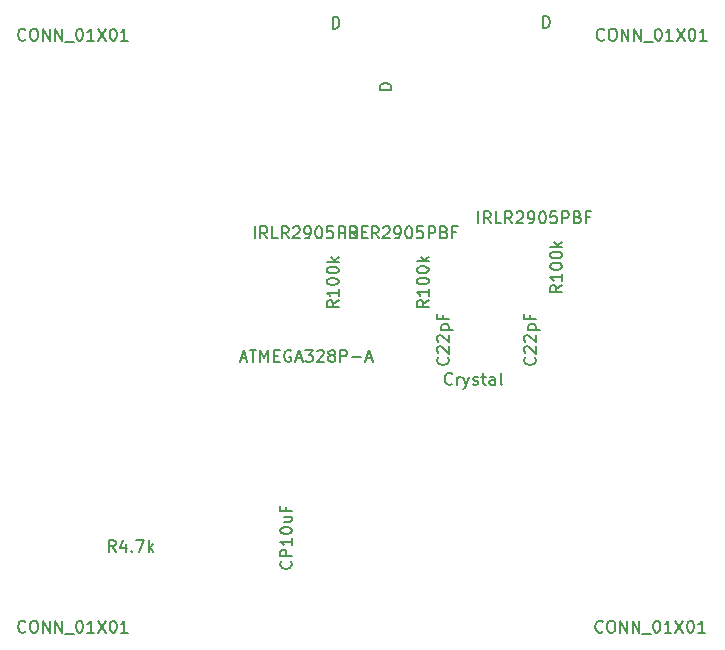
<source format=gbr>
G04 #@! TF.FileFunction,Other,Fab,Top*
%FSLAX46Y46*%
G04 Gerber Fmt 4.6, Leading zero omitted, Abs format (unit mm)*
G04 Created by KiCad (PCBNEW 4.0.2+dfsg1-stable) date Thu 14 Apr 2016 07:40:31 AM EDT*
%MOMM*%
G01*
G04 APERTURE LIST*
%ADD10C,0.100000*%
%ADD11C,0.150000*%
G04 APERTURE END LIST*
D10*
D11*
X42970143Y24130191D02*
X43017762Y24082572D01*
X43065381Y23939715D01*
X43065381Y23844477D01*
X43017762Y23701619D01*
X42922524Y23606381D01*
X42827286Y23558762D01*
X42636810Y23511143D01*
X42493952Y23511143D01*
X42303476Y23558762D01*
X42208238Y23606381D01*
X42113000Y23701619D01*
X42065381Y23844477D01*
X42065381Y23939715D01*
X42113000Y24082572D01*
X42160619Y24130191D01*
X42160619Y24511143D02*
X42113000Y24558762D01*
X42065381Y24654000D01*
X42065381Y24892096D01*
X42113000Y24987334D01*
X42160619Y25034953D01*
X42255857Y25082572D01*
X42351095Y25082572D01*
X42493952Y25034953D01*
X43065381Y24463524D01*
X43065381Y25082572D01*
X42160619Y25463524D02*
X42113000Y25511143D01*
X42065381Y25606381D01*
X42065381Y25844477D01*
X42113000Y25939715D01*
X42160619Y25987334D01*
X42255857Y26034953D01*
X42351095Y26034953D01*
X42493952Y25987334D01*
X43065381Y25415905D01*
X43065381Y26034953D01*
X42398714Y26463524D02*
X43398714Y26463524D01*
X42446333Y26463524D02*
X42398714Y26558762D01*
X42398714Y26749239D01*
X42446333Y26844477D01*
X42493952Y26892096D01*
X42589190Y26939715D01*
X42874905Y26939715D01*
X42970143Y26892096D01*
X43017762Y26844477D01*
X43065381Y26749239D01*
X43065381Y26558762D01*
X43017762Y26463524D01*
X42541571Y27701620D02*
X42541571Y27368286D01*
X43065381Y27368286D02*
X42065381Y27368286D01*
X42065381Y27844477D01*
X35604143Y24130191D02*
X35651762Y24082572D01*
X35699381Y23939715D01*
X35699381Y23844477D01*
X35651762Y23701619D01*
X35556524Y23606381D01*
X35461286Y23558762D01*
X35270810Y23511143D01*
X35127952Y23511143D01*
X34937476Y23558762D01*
X34842238Y23606381D01*
X34747000Y23701619D01*
X34699381Y23844477D01*
X34699381Y23939715D01*
X34747000Y24082572D01*
X34794619Y24130191D01*
X34794619Y24511143D02*
X34747000Y24558762D01*
X34699381Y24654000D01*
X34699381Y24892096D01*
X34747000Y24987334D01*
X34794619Y25034953D01*
X34889857Y25082572D01*
X34985095Y25082572D01*
X35127952Y25034953D01*
X35699381Y24463524D01*
X35699381Y25082572D01*
X34794619Y25463524D02*
X34747000Y25511143D01*
X34699381Y25606381D01*
X34699381Y25844477D01*
X34747000Y25939715D01*
X34794619Y25987334D01*
X34889857Y26034953D01*
X34985095Y26034953D01*
X35127952Y25987334D01*
X35699381Y25415905D01*
X35699381Y26034953D01*
X35032714Y26463524D02*
X36032714Y26463524D01*
X35080333Y26463524D02*
X35032714Y26558762D01*
X35032714Y26749239D01*
X35080333Y26844477D01*
X35127952Y26892096D01*
X35223190Y26939715D01*
X35508905Y26939715D01*
X35604143Y26892096D01*
X35651762Y26844477D01*
X35699381Y26749239D01*
X35699381Y26558762D01*
X35651762Y26463524D01*
X35175571Y27701620D02*
X35175571Y27368286D01*
X35699381Y27368286D02*
X34699381Y27368286D01*
X34699381Y27844477D01*
X45278381Y30238191D02*
X44802190Y29904857D01*
X45278381Y29666762D02*
X44278381Y29666762D01*
X44278381Y30047715D01*
X44326000Y30142953D01*
X44373619Y30190572D01*
X44468857Y30238191D01*
X44611714Y30238191D01*
X44706952Y30190572D01*
X44754571Y30142953D01*
X44802190Y30047715D01*
X44802190Y29666762D01*
X45278381Y31190572D02*
X45278381Y30619143D01*
X45278381Y30904857D02*
X44278381Y30904857D01*
X44421238Y30809619D01*
X44516476Y30714381D01*
X44564095Y30619143D01*
X44278381Y31809619D02*
X44278381Y31904858D01*
X44326000Y32000096D01*
X44373619Y32047715D01*
X44468857Y32095334D01*
X44659333Y32142953D01*
X44897429Y32142953D01*
X45087905Y32095334D01*
X45183143Y32047715D01*
X45230762Y32000096D01*
X45278381Y31904858D01*
X45278381Y31809619D01*
X45230762Y31714381D01*
X45183143Y31666762D01*
X45087905Y31619143D01*
X44897429Y31571524D01*
X44659333Y31571524D01*
X44468857Y31619143D01*
X44373619Y31666762D01*
X44326000Y31714381D01*
X44278381Y31809619D01*
X44278381Y32762000D02*
X44278381Y32857239D01*
X44326000Y32952477D01*
X44373619Y33000096D01*
X44468857Y33047715D01*
X44659333Y33095334D01*
X44897429Y33095334D01*
X45087905Y33047715D01*
X45183143Y33000096D01*
X45230762Y32952477D01*
X45278381Y32857239D01*
X45278381Y32762000D01*
X45230762Y32666762D01*
X45183143Y32619143D01*
X45087905Y32571524D01*
X44897429Y32523905D01*
X44659333Y32523905D01*
X44468857Y32571524D01*
X44373619Y32619143D01*
X44326000Y32666762D01*
X44278381Y32762000D01*
X45278381Y33523905D02*
X44278381Y33523905D01*
X44897429Y33619143D02*
X45278381Y33904858D01*
X44611714Y33904858D02*
X44992667Y33523905D01*
X33975381Y28981591D02*
X33499190Y28648257D01*
X33975381Y28410162D02*
X32975381Y28410162D01*
X32975381Y28791115D01*
X33023000Y28886353D01*
X33070619Y28933972D01*
X33165857Y28981591D01*
X33308714Y28981591D01*
X33403952Y28933972D01*
X33451571Y28886353D01*
X33499190Y28791115D01*
X33499190Y28410162D01*
X33975381Y29933972D02*
X33975381Y29362543D01*
X33975381Y29648257D02*
X32975381Y29648257D01*
X33118238Y29553019D01*
X33213476Y29457781D01*
X33261095Y29362543D01*
X32975381Y30553019D02*
X32975381Y30648258D01*
X33023000Y30743496D01*
X33070619Y30791115D01*
X33165857Y30838734D01*
X33356333Y30886353D01*
X33594429Y30886353D01*
X33784905Y30838734D01*
X33880143Y30791115D01*
X33927762Y30743496D01*
X33975381Y30648258D01*
X33975381Y30553019D01*
X33927762Y30457781D01*
X33880143Y30410162D01*
X33784905Y30362543D01*
X33594429Y30314924D01*
X33356333Y30314924D01*
X33165857Y30362543D01*
X33070619Y30410162D01*
X33023000Y30457781D01*
X32975381Y30553019D01*
X32975381Y31505400D02*
X32975381Y31600639D01*
X33023000Y31695877D01*
X33070619Y31743496D01*
X33165857Y31791115D01*
X33356333Y31838734D01*
X33594429Y31838734D01*
X33784905Y31791115D01*
X33880143Y31743496D01*
X33927762Y31695877D01*
X33975381Y31600639D01*
X33975381Y31505400D01*
X33927762Y31410162D01*
X33880143Y31362543D01*
X33784905Y31314924D01*
X33594429Y31267305D01*
X33356333Y31267305D01*
X33165857Y31314924D01*
X33070619Y31362543D01*
X33023000Y31410162D01*
X32975381Y31505400D01*
X33975381Y32267305D02*
X32975381Y32267305D01*
X33594429Y32362543D02*
X33975381Y32648258D01*
X33308714Y32648258D02*
X33689667Y32267305D01*
X26355381Y28956191D02*
X25879190Y28622857D01*
X26355381Y28384762D02*
X25355381Y28384762D01*
X25355381Y28765715D01*
X25403000Y28860953D01*
X25450619Y28908572D01*
X25545857Y28956191D01*
X25688714Y28956191D01*
X25783952Y28908572D01*
X25831571Y28860953D01*
X25879190Y28765715D01*
X25879190Y28384762D01*
X26355381Y29908572D02*
X26355381Y29337143D01*
X26355381Y29622857D02*
X25355381Y29622857D01*
X25498238Y29527619D01*
X25593476Y29432381D01*
X25641095Y29337143D01*
X25355381Y30527619D02*
X25355381Y30622858D01*
X25403000Y30718096D01*
X25450619Y30765715D01*
X25545857Y30813334D01*
X25736333Y30860953D01*
X25974429Y30860953D01*
X26164905Y30813334D01*
X26260143Y30765715D01*
X26307762Y30718096D01*
X26355381Y30622858D01*
X26355381Y30527619D01*
X26307762Y30432381D01*
X26260143Y30384762D01*
X26164905Y30337143D01*
X25974429Y30289524D01*
X25736333Y30289524D01*
X25545857Y30337143D01*
X25450619Y30384762D01*
X25403000Y30432381D01*
X25355381Y30527619D01*
X25355381Y31480000D02*
X25355381Y31575239D01*
X25403000Y31670477D01*
X25450619Y31718096D01*
X25545857Y31765715D01*
X25736333Y31813334D01*
X25974429Y31813334D01*
X26164905Y31765715D01*
X26260143Y31718096D01*
X26307762Y31670477D01*
X26355381Y31575239D01*
X26355381Y31480000D01*
X26307762Y31384762D01*
X26260143Y31337143D01*
X26164905Y31289524D01*
X25974429Y31241905D01*
X25736333Y31241905D01*
X25545857Y31289524D01*
X25450619Y31337143D01*
X25403000Y31384762D01*
X25355381Y31480000D01*
X26355381Y32241905D02*
X25355381Y32241905D01*
X25974429Y32337143D02*
X26355381Y32622858D01*
X25688714Y32622858D02*
X26069667Y32241905D01*
X35984085Y21918657D02*
X35936466Y21871038D01*
X35793609Y21823419D01*
X35698371Y21823419D01*
X35555513Y21871038D01*
X35460275Y21966276D01*
X35412656Y22061514D01*
X35365037Y22251990D01*
X35365037Y22394848D01*
X35412656Y22585324D01*
X35460275Y22680562D01*
X35555513Y22775800D01*
X35698371Y22823419D01*
X35793609Y22823419D01*
X35936466Y22775800D01*
X35984085Y22728181D01*
X36412656Y21823419D02*
X36412656Y22490086D01*
X36412656Y22299610D02*
X36460275Y22394848D01*
X36507894Y22442467D01*
X36603132Y22490086D01*
X36698371Y22490086D01*
X36936466Y22490086D02*
X37174561Y21823419D01*
X37412657Y22490086D02*
X37174561Y21823419D01*
X37079323Y21585324D01*
X37031704Y21537705D01*
X36936466Y21490086D01*
X37745990Y21871038D02*
X37841228Y21823419D01*
X38031704Y21823419D01*
X38126943Y21871038D01*
X38174562Y21966276D01*
X38174562Y22013895D01*
X38126943Y22109133D01*
X38031704Y22156752D01*
X37888847Y22156752D01*
X37793609Y22204371D01*
X37745990Y22299610D01*
X37745990Y22347229D01*
X37793609Y22442467D01*
X37888847Y22490086D01*
X38031704Y22490086D01*
X38126943Y22442467D01*
X38460276Y22490086D02*
X38841228Y22490086D01*
X38603133Y22823419D02*
X38603133Y21966276D01*
X38650752Y21871038D01*
X38745990Y21823419D01*
X38841228Y21823419D01*
X39603134Y21823419D02*
X39603134Y22347229D01*
X39555515Y22442467D01*
X39460277Y22490086D01*
X39269800Y22490086D01*
X39174562Y22442467D01*
X39603134Y21871038D02*
X39507896Y21823419D01*
X39269800Y21823419D01*
X39174562Y21871038D01*
X39126943Y21966276D01*
X39126943Y22061514D01*
X39174562Y22156752D01*
X39269800Y22204371D01*
X39507896Y22204371D01*
X39603134Y22251990D01*
X40222181Y21823419D02*
X40126943Y21871038D01*
X40079324Y21966276D01*
X40079324Y22823419D01*
X18074381Y24044333D02*
X18550572Y24044333D01*
X17979143Y23758619D02*
X18312476Y24758619D01*
X18645810Y23758619D01*
X18836286Y24758619D02*
X19407715Y24758619D01*
X19122000Y23758619D02*
X19122000Y24758619D01*
X19741048Y23758619D02*
X19741048Y24758619D01*
X20074382Y24044333D01*
X20407715Y24758619D01*
X20407715Y23758619D01*
X20883905Y24282429D02*
X21217239Y24282429D01*
X21360096Y23758619D02*
X20883905Y23758619D01*
X20883905Y24758619D01*
X21360096Y24758619D01*
X22312477Y24711000D02*
X22217239Y24758619D01*
X22074382Y24758619D01*
X21931524Y24711000D01*
X21836286Y24615762D01*
X21788667Y24520524D01*
X21741048Y24330048D01*
X21741048Y24187190D01*
X21788667Y23996714D01*
X21836286Y23901476D01*
X21931524Y23806238D01*
X22074382Y23758619D01*
X22169620Y23758619D01*
X22312477Y23806238D01*
X22360096Y23853857D01*
X22360096Y24187190D01*
X22169620Y24187190D01*
X22741048Y24044333D02*
X23217239Y24044333D01*
X22645810Y23758619D02*
X22979143Y24758619D01*
X23312477Y23758619D01*
X23550572Y24758619D02*
X24169620Y24758619D01*
X23836286Y24377667D01*
X23979144Y24377667D01*
X24074382Y24330048D01*
X24122001Y24282429D01*
X24169620Y24187190D01*
X24169620Y23949095D01*
X24122001Y23853857D01*
X24074382Y23806238D01*
X23979144Y23758619D01*
X23693429Y23758619D01*
X23598191Y23806238D01*
X23550572Y23853857D01*
X24550572Y24663381D02*
X24598191Y24711000D01*
X24693429Y24758619D01*
X24931525Y24758619D01*
X25026763Y24711000D01*
X25074382Y24663381D01*
X25122001Y24568143D01*
X25122001Y24472905D01*
X25074382Y24330048D01*
X24502953Y23758619D01*
X25122001Y23758619D01*
X25693429Y24330048D02*
X25598191Y24377667D01*
X25550572Y24425286D01*
X25502953Y24520524D01*
X25502953Y24568143D01*
X25550572Y24663381D01*
X25598191Y24711000D01*
X25693429Y24758619D01*
X25883906Y24758619D01*
X25979144Y24711000D01*
X26026763Y24663381D01*
X26074382Y24568143D01*
X26074382Y24520524D01*
X26026763Y24425286D01*
X25979144Y24377667D01*
X25883906Y24330048D01*
X25693429Y24330048D01*
X25598191Y24282429D01*
X25550572Y24234810D01*
X25502953Y24139571D01*
X25502953Y23949095D01*
X25550572Y23853857D01*
X25598191Y23806238D01*
X25693429Y23758619D01*
X25883906Y23758619D01*
X25979144Y23806238D01*
X26026763Y23853857D01*
X26074382Y23949095D01*
X26074382Y24139571D01*
X26026763Y24234810D01*
X25979144Y24282429D01*
X25883906Y24330048D01*
X26502953Y23758619D02*
X26502953Y24758619D01*
X26883906Y24758619D01*
X26979144Y24711000D01*
X27026763Y24663381D01*
X27074382Y24568143D01*
X27074382Y24425286D01*
X27026763Y24330048D01*
X26979144Y24282429D01*
X26883906Y24234810D01*
X26502953Y24234810D01*
X27502953Y24139571D02*
X28264858Y24139571D01*
X28693429Y24044333D02*
X29169620Y24044333D01*
X28598191Y23758619D02*
X28931524Y24758619D01*
X29264858Y23758619D01*
X22328143Y6866191D02*
X22375762Y6818572D01*
X22423381Y6675715D01*
X22423381Y6580477D01*
X22375762Y6437619D01*
X22280524Y6342381D01*
X22185286Y6294762D01*
X21994810Y6247143D01*
X21851952Y6247143D01*
X21661476Y6294762D01*
X21566238Y6342381D01*
X21471000Y6437619D01*
X21423381Y6580477D01*
X21423381Y6675715D01*
X21471000Y6818572D01*
X21518619Y6866191D01*
X22423381Y7294762D02*
X21423381Y7294762D01*
X21423381Y7675715D01*
X21471000Y7770953D01*
X21518619Y7818572D01*
X21613857Y7866191D01*
X21756714Y7866191D01*
X21851952Y7818572D01*
X21899571Y7770953D01*
X21947190Y7675715D01*
X21947190Y7294762D01*
X22423381Y8818572D02*
X22423381Y8247143D01*
X22423381Y8532857D02*
X21423381Y8532857D01*
X21566238Y8437619D01*
X21661476Y8342381D01*
X21709095Y8247143D01*
X21423381Y9437619D02*
X21423381Y9532858D01*
X21471000Y9628096D01*
X21518619Y9675715D01*
X21613857Y9723334D01*
X21804333Y9770953D01*
X22042429Y9770953D01*
X22232905Y9723334D01*
X22328143Y9675715D01*
X22375762Y9628096D01*
X22423381Y9532858D01*
X22423381Y9437619D01*
X22375762Y9342381D01*
X22328143Y9294762D01*
X22232905Y9247143D01*
X22042429Y9199524D01*
X21804333Y9199524D01*
X21613857Y9247143D01*
X21518619Y9294762D01*
X21471000Y9342381D01*
X21423381Y9437619D01*
X21756714Y10628096D02*
X22423381Y10628096D01*
X21756714Y10199524D02*
X22280524Y10199524D01*
X22375762Y10247143D01*
X22423381Y10342381D01*
X22423381Y10485239D01*
X22375762Y10580477D01*
X22328143Y10628096D01*
X21899571Y11437620D02*
X21899571Y11104286D01*
X22423381Y11104286D02*
X21423381Y11104286D01*
X21423381Y11580477D01*
X19264905Y34218619D02*
X19264905Y35218619D01*
X20312524Y34218619D02*
X19979190Y34694810D01*
X19741095Y34218619D02*
X19741095Y35218619D01*
X20122048Y35218619D01*
X20217286Y35171000D01*
X20264905Y35123381D01*
X20312524Y35028143D01*
X20312524Y34885286D01*
X20264905Y34790048D01*
X20217286Y34742429D01*
X20122048Y34694810D01*
X19741095Y34694810D01*
X21217286Y34218619D02*
X20741095Y34218619D01*
X20741095Y35218619D01*
X22122048Y34218619D02*
X21788714Y34694810D01*
X21550619Y34218619D02*
X21550619Y35218619D01*
X21931572Y35218619D01*
X22026810Y35171000D01*
X22074429Y35123381D01*
X22122048Y35028143D01*
X22122048Y34885286D01*
X22074429Y34790048D01*
X22026810Y34742429D01*
X21931572Y34694810D01*
X21550619Y34694810D01*
X22503000Y35123381D02*
X22550619Y35171000D01*
X22645857Y35218619D01*
X22883953Y35218619D01*
X22979191Y35171000D01*
X23026810Y35123381D01*
X23074429Y35028143D01*
X23074429Y34932905D01*
X23026810Y34790048D01*
X22455381Y34218619D01*
X23074429Y34218619D01*
X23550619Y34218619D02*
X23741095Y34218619D01*
X23836334Y34266238D01*
X23883953Y34313857D01*
X23979191Y34456714D01*
X24026810Y34647190D01*
X24026810Y35028143D01*
X23979191Y35123381D01*
X23931572Y35171000D01*
X23836334Y35218619D01*
X23645857Y35218619D01*
X23550619Y35171000D01*
X23503000Y35123381D01*
X23455381Y35028143D01*
X23455381Y34790048D01*
X23503000Y34694810D01*
X23550619Y34647190D01*
X23645857Y34599571D01*
X23836334Y34599571D01*
X23931572Y34647190D01*
X23979191Y34694810D01*
X24026810Y34790048D01*
X24645857Y35218619D02*
X24741096Y35218619D01*
X24836334Y35171000D01*
X24883953Y35123381D01*
X24931572Y35028143D01*
X24979191Y34837667D01*
X24979191Y34599571D01*
X24931572Y34409095D01*
X24883953Y34313857D01*
X24836334Y34266238D01*
X24741096Y34218619D01*
X24645857Y34218619D01*
X24550619Y34266238D01*
X24503000Y34313857D01*
X24455381Y34409095D01*
X24407762Y34599571D01*
X24407762Y34837667D01*
X24455381Y35028143D01*
X24503000Y35123381D01*
X24550619Y35171000D01*
X24645857Y35218619D01*
X25883953Y35218619D02*
X25407762Y35218619D01*
X25360143Y34742429D01*
X25407762Y34790048D01*
X25503000Y34837667D01*
X25741096Y34837667D01*
X25836334Y34790048D01*
X25883953Y34742429D01*
X25931572Y34647190D01*
X25931572Y34409095D01*
X25883953Y34313857D01*
X25836334Y34266238D01*
X25741096Y34218619D01*
X25503000Y34218619D01*
X25407762Y34266238D01*
X25360143Y34313857D01*
X26360143Y34218619D02*
X26360143Y35218619D01*
X26741096Y35218619D01*
X26836334Y35171000D01*
X26883953Y35123381D01*
X26931572Y35028143D01*
X26931572Y34885286D01*
X26883953Y34790048D01*
X26836334Y34742429D01*
X26741096Y34694810D01*
X26360143Y34694810D01*
X27693477Y34742429D02*
X27836334Y34694810D01*
X27883953Y34647190D01*
X27931572Y34551952D01*
X27931572Y34409095D01*
X27883953Y34313857D01*
X27836334Y34266238D01*
X27741096Y34218619D01*
X27360143Y34218619D01*
X27360143Y35218619D01*
X27693477Y35218619D01*
X27788715Y35171000D01*
X27836334Y35123381D01*
X27883953Y35028143D01*
X27883953Y34932905D01*
X27836334Y34837667D01*
X27788715Y34790048D01*
X27693477Y34742429D01*
X27360143Y34742429D01*
X28693477Y34742429D02*
X28360143Y34742429D01*
X28360143Y34218619D02*
X28360143Y35218619D01*
X28836334Y35218619D01*
X26884905Y34218619D02*
X26884905Y35218619D01*
X27932524Y34218619D02*
X27599190Y34694810D01*
X27361095Y34218619D02*
X27361095Y35218619D01*
X27742048Y35218619D01*
X27837286Y35171000D01*
X27884905Y35123381D01*
X27932524Y35028143D01*
X27932524Y34885286D01*
X27884905Y34790048D01*
X27837286Y34742429D01*
X27742048Y34694810D01*
X27361095Y34694810D01*
X28837286Y34218619D02*
X28361095Y34218619D01*
X28361095Y35218619D01*
X29742048Y34218619D02*
X29408714Y34694810D01*
X29170619Y34218619D02*
X29170619Y35218619D01*
X29551572Y35218619D01*
X29646810Y35171000D01*
X29694429Y35123381D01*
X29742048Y35028143D01*
X29742048Y34885286D01*
X29694429Y34790048D01*
X29646810Y34742429D01*
X29551572Y34694810D01*
X29170619Y34694810D01*
X30123000Y35123381D02*
X30170619Y35171000D01*
X30265857Y35218619D01*
X30503953Y35218619D01*
X30599191Y35171000D01*
X30646810Y35123381D01*
X30694429Y35028143D01*
X30694429Y34932905D01*
X30646810Y34790048D01*
X30075381Y34218619D01*
X30694429Y34218619D01*
X31170619Y34218619D02*
X31361095Y34218619D01*
X31456334Y34266238D01*
X31503953Y34313857D01*
X31599191Y34456714D01*
X31646810Y34647190D01*
X31646810Y35028143D01*
X31599191Y35123381D01*
X31551572Y35171000D01*
X31456334Y35218619D01*
X31265857Y35218619D01*
X31170619Y35171000D01*
X31123000Y35123381D01*
X31075381Y35028143D01*
X31075381Y34790048D01*
X31123000Y34694810D01*
X31170619Y34647190D01*
X31265857Y34599571D01*
X31456334Y34599571D01*
X31551572Y34647190D01*
X31599191Y34694810D01*
X31646810Y34790048D01*
X32265857Y35218619D02*
X32361096Y35218619D01*
X32456334Y35171000D01*
X32503953Y35123381D01*
X32551572Y35028143D01*
X32599191Y34837667D01*
X32599191Y34599571D01*
X32551572Y34409095D01*
X32503953Y34313857D01*
X32456334Y34266238D01*
X32361096Y34218619D01*
X32265857Y34218619D01*
X32170619Y34266238D01*
X32123000Y34313857D01*
X32075381Y34409095D01*
X32027762Y34599571D01*
X32027762Y34837667D01*
X32075381Y35028143D01*
X32123000Y35123381D01*
X32170619Y35171000D01*
X32265857Y35218619D01*
X33503953Y35218619D02*
X33027762Y35218619D01*
X32980143Y34742429D01*
X33027762Y34790048D01*
X33123000Y34837667D01*
X33361096Y34837667D01*
X33456334Y34790048D01*
X33503953Y34742429D01*
X33551572Y34647190D01*
X33551572Y34409095D01*
X33503953Y34313857D01*
X33456334Y34266238D01*
X33361096Y34218619D01*
X33123000Y34218619D01*
X33027762Y34266238D01*
X32980143Y34313857D01*
X33980143Y34218619D02*
X33980143Y35218619D01*
X34361096Y35218619D01*
X34456334Y35171000D01*
X34503953Y35123381D01*
X34551572Y35028143D01*
X34551572Y34885286D01*
X34503953Y34790048D01*
X34456334Y34742429D01*
X34361096Y34694810D01*
X33980143Y34694810D01*
X35313477Y34742429D02*
X35456334Y34694810D01*
X35503953Y34647190D01*
X35551572Y34551952D01*
X35551572Y34409095D01*
X35503953Y34313857D01*
X35456334Y34266238D01*
X35361096Y34218619D01*
X34980143Y34218619D01*
X34980143Y35218619D01*
X35313477Y35218619D01*
X35408715Y35171000D01*
X35456334Y35123381D01*
X35503953Y35028143D01*
X35503953Y34932905D01*
X35456334Y34837667D01*
X35408715Y34790048D01*
X35313477Y34742429D01*
X34980143Y34742429D01*
X36313477Y34742429D02*
X35980143Y34742429D01*
X35980143Y34218619D02*
X35980143Y35218619D01*
X36456334Y35218619D01*
X38187905Y35488619D02*
X38187905Y36488619D01*
X39235524Y35488619D02*
X38902190Y35964810D01*
X38664095Y35488619D02*
X38664095Y36488619D01*
X39045048Y36488619D01*
X39140286Y36441000D01*
X39187905Y36393381D01*
X39235524Y36298143D01*
X39235524Y36155286D01*
X39187905Y36060048D01*
X39140286Y36012429D01*
X39045048Y35964810D01*
X38664095Y35964810D01*
X40140286Y35488619D02*
X39664095Y35488619D01*
X39664095Y36488619D01*
X41045048Y35488619D02*
X40711714Y35964810D01*
X40473619Y35488619D02*
X40473619Y36488619D01*
X40854572Y36488619D01*
X40949810Y36441000D01*
X40997429Y36393381D01*
X41045048Y36298143D01*
X41045048Y36155286D01*
X40997429Y36060048D01*
X40949810Y36012429D01*
X40854572Y35964810D01*
X40473619Y35964810D01*
X41426000Y36393381D02*
X41473619Y36441000D01*
X41568857Y36488619D01*
X41806953Y36488619D01*
X41902191Y36441000D01*
X41949810Y36393381D01*
X41997429Y36298143D01*
X41997429Y36202905D01*
X41949810Y36060048D01*
X41378381Y35488619D01*
X41997429Y35488619D01*
X42473619Y35488619D02*
X42664095Y35488619D01*
X42759334Y35536238D01*
X42806953Y35583857D01*
X42902191Y35726714D01*
X42949810Y35917190D01*
X42949810Y36298143D01*
X42902191Y36393381D01*
X42854572Y36441000D01*
X42759334Y36488619D01*
X42568857Y36488619D01*
X42473619Y36441000D01*
X42426000Y36393381D01*
X42378381Y36298143D01*
X42378381Y36060048D01*
X42426000Y35964810D01*
X42473619Y35917190D01*
X42568857Y35869571D01*
X42759334Y35869571D01*
X42854572Y35917190D01*
X42902191Y35964810D01*
X42949810Y36060048D01*
X43568857Y36488619D02*
X43664096Y36488619D01*
X43759334Y36441000D01*
X43806953Y36393381D01*
X43854572Y36298143D01*
X43902191Y36107667D01*
X43902191Y35869571D01*
X43854572Y35679095D01*
X43806953Y35583857D01*
X43759334Y35536238D01*
X43664096Y35488619D01*
X43568857Y35488619D01*
X43473619Y35536238D01*
X43426000Y35583857D01*
X43378381Y35679095D01*
X43330762Y35869571D01*
X43330762Y36107667D01*
X43378381Y36298143D01*
X43426000Y36393381D01*
X43473619Y36441000D01*
X43568857Y36488619D01*
X44806953Y36488619D02*
X44330762Y36488619D01*
X44283143Y36012429D01*
X44330762Y36060048D01*
X44426000Y36107667D01*
X44664096Y36107667D01*
X44759334Y36060048D01*
X44806953Y36012429D01*
X44854572Y35917190D01*
X44854572Y35679095D01*
X44806953Y35583857D01*
X44759334Y35536238D01*
X44664096Y35488619D01*
X44426000Y35488619D01*
X44330762Y35536238D01*
X44283143Y35583857D01*
X45283143Y35488619D02*
X45283143Y36488619D01*
X45664096Y36488619D01*
X45759334Y36441000D01*
X45806953Y36393381D01*
X45854572Y36298143D01*
X45854572Y36155286D01*
X45806953Y36060048D01*
X45759334Y36012429D01*
X45664096Y35964810D01*
X45283143Y35964810D01*
X46616477Y36012429D02*
X46759334Y35964810D01*
X46806953Y35917190D01*
X46854572Y35821952D01*
X46854572Y35679095D01*
X46806953Y35583857D01*
X46759334Y35536238D01*
X46664096Y35488619D01*
X46283143Y35488619D01*
X46283143Y36488619D01*
X46616477Y36488619D01*
X46711715Y36441000D01*
X46759334Y36393381D01*
X46806953Y36298143D01*
X46806953Y36202905D01*
X46759334Y36107667D01*
X46711715Y36060048D01*
X46616477Y36012429D01*
X46283143Y36012429D01*
X47616477Y36012429D02*
X47283143Y36012429D01*
X47283143Y35488619D02*
X47283143Y36488619D01*
X47759334Y36488619D01*
X7477286Y7661619D02*
X7143952Y8137810D01*
X6905857Y7661619D02*
X6905857Y8661619D01*
X7286810Y8661619D01*
X7382048Y8614000D01*
X7429667Y8566381D01*
X7477286Y8471143D01*
X7477286Y8328286D01*
X7429667Y8233048D01*
X7382048Y8185429D01*
X7286810Y8137810D01*
X6905857Y8137810D01*
X8334429Y8328286D02*
X8334429Y7661619D01*
X8096333Y8709238D02*
X7858238Y7994952D01*
X8477286Y7994952D01*
X8858238Y7756857D02*
X8905857Y7709238D01*
X8858238Y7661619D01*
X8810619Y7709238D01*
X8858238Y7756857D01*
X8858238Y7661619D01*
X9239190Y8661619D02*
X9905857Y8661619D01*
X9477285Y7661619D01*
X10286809Y7661619D02*
X10286809Y8661619D01*
X10382047Y8042571D02*
X10667762Y7661619D01*
X10667762Y8328286D02*
X10286809Y7947333D01*
X25849295Y51973219D02*
X25849295Y52973219D01*
X26087390Y52973219D01*
X26230248Y52925600D01*
X26325486Y52830362D01*
X26373105Y52735124D01*
X26420724Y52544648D01*
X26420724Y52401790D01*
X26373105Y52211314D01*
X26325486Y52116076D01*
X26230248Y52020838D01*
X26087390Y51973219D01*
X25849295Y51973219D01*
X30830781Y46769695D02*
X29830781Y46769695D01*
X29830781Y47007790D01*
X29878400Y47150648D01*
X29973638Y47245886D01*
X30068876Y47293505D01*
X30259352Y47341124D01*
X30402210Y47341124D01*
X30592686Y47293505D01*
X30687924Y47245886D01*
X30783162Y47150648D01*
X30830781Y47007790D01*
X30830781Y46769695D01*
X43680095Y52024019D02*
X43680095Y53024019D01*
X43918190Y53024019D01*
X44061048Y52976400D01*
X44156286Y52881162D01*
X44203905Y52785924D01*
X44251524Y52595448D01*
X44251524Y52452590D01*
X44203905Y52262114D01*
X44156286Y52166876D01*
X44061048Y52071638D01*
X43918190Y52024019D01*
X43680095Y52024019D01*
X-148809Y938257D02*
X-196428Y890638D01*
X-339285Y843019D01*
X-434523Y843019D01*
X-577381Y890638D01*
X-672619Y985876D01*
X-720238Y1081114D01*
X-767857Y1271590D01*
X-767857Y1414448D01*
X-720238Y1604924D01*
X-672619Y1700162D01*
X-577381Y1795400D01*
X-434523Y1843019D01*
X-339285Y1843019D01*
X-196428Y1795400D01*
X-148809Y1747781D01*
X470238Y1843019D02*
X660715Y1843019D01*
X755953Y1795400D01*
X851191Y1700162D01*
X898810Y1509686D01*
X898810Y1176352D01*
X851191Y985876D01*
X755953Y890638D01*
X660715Y843019D01*
X470238Y843019D01*
X375000Y890638D01*
X279762Y985876D01*
X232143Y1176352D01*
X232143Y1509686D01*
X279762Y1700162D01*
X375000Y1795400D01*
X470238Y1843019D01*
X1327381Y843019D02*
X1327381Y1843019D01*
X1898810Y843019D01*
X1898810Y1843019D01*
X2375000Y843019D02*
X2375000Y1843019D01*
X2946429Y843019D01*
X2946429Y1843019D01*
X3184524Y747781D02*
X3946429Y747781D01*
X4375000Y1843019D02*
X4470239Y1843019D01*
X4565477Y1795400D01*
X4613096Y1747781D01*
X4660715Y1652543D01*
X4708334Y1462067D01*
X4708334Y1223971D01*
X4660715Y1033495D01*
X4613096Y938257D01*
X4565477Y890638D01*
X4470239Y843019D01*
X4375000Y843019D01*
X4279762Y890638D01*
X4232143Y938257D01*
X4184524Y1033495D01*
X4136905Y1223971D01*
X4136905Y1462067D01*
X4184524Y1652543D01*
X4232143Y1747781D01*
X4279762Y1795400D01*
X4375000Y1843019D01*
X5660715Y843019D02*
X5089286Y843019D01*
X5375000Y843019D02*
X5375000Y1843019D01*
X5279762Y1700162D01*
X5184524Y1604924D01*
X5089286Y1557305D01*
X5994048Y1843019D02*
X6660715Y843019D01*
X6660715Y1843019D02*
X5994048Y843019D01*
X7232143Y1843019D02*
X7327382Y1843019D01*
X7422620Y1795400D01*
X7470239Y1747781D01*
X7517858Y1652543D01*
X7565477Y1462067D01*
X7565477Y1223971D01*
X7517858Y1033495D01*
X7470239Y938257D01*
X7422620Y890638D01*
X7327382Y843019D01*
X7232143Y843019D01*
X7136905Y890638D01*
X7089286Y938257D01*
X7041667Y1033495D01*
X6994048Y1223971D01*
X6994048Y1462067D01*
X7041667Y1652543D01*
X7089286Y1747781D01*
X7136905Y1795400D01*
X7232143Y1843019D01*
X8517858Y843019D02*
X7946429Y843019D01*
X8232143Y843019D02*
X8232143Y1843019D01*
X8136905Y1700162D01*
X8041667Y1604924D01*
X7946429Y1557305D01*
X48731991Y938257D02*
X48684372Y890638D01*
X48541515Y843019D01*
X48446277Y843019D01*
X48303419Y890638D01*
X48208181Y985876D01*
X48160562Y1081114D01*
X48112943Y1271590D01*
X48112943Y1414448D01*
X48160562Y1604924D01*
X48208181Y1700162D01*
X48303419Y1795400D01*
X48446277Y1843019D01*
X48541515Y1843019D01*
X48684372Y1795400D01*
X48731991Y1747781D01*
X49351038Y1843019D02*
X49541515Y1843019D01*
X49636753Y1795400D01*
X49731991Y1700162D01*
X49779610Y1509686D01*
X49779610Y1176352D01*
X49731991Y985876D01*
X49636753Y890638D01*
X49541515Y843019D01*
X49351038Y843019D01*
X49255800Y890638D01*
X49160562Y985876D01*
X49112943Y1176352D01*
X49112943Y1509686D01*
X49160562Y1700162D01*
X49255800Y1795400D01*
X49351038Y1843019D01*
X50208181Y843019D02*
X50208181Y1843019D01*
X50779610Y843019D01*
X50779610Y1843019D01*
X51255800Y843019D02*
X51255800Y1843019D01*
X51827229Y843019D01*
X51827229Y1843019D01*
X52065324Y747781D02*
X52827229Y747781D01*
X53255800Y1843019D02*
X53351039Y1843019D01*
X53446277Y1795400D01*
X53493896Y1747781D01*
X53541515Y1652543D01*
X53589134Y1462067D01*
X53589134Y1223971D01*
X53541515Y1033495D01*
X53493896Y938257D01*
X53446277Y890638D01*
X53351039Y843019D01*
X53255800Y843019D01*
X53160562Y890638D01*
X53112943Y938257D01*
X53065324Y1033495D01*
X53017705Y1223971D01*
X53017705Y1462067D01*
X53065324Y1652543D01*
X53112943Y1747781D01*
X53160562Y1795400D01*
X53255800Y1843019D01*
X54541515Y843019D02*
X53970086Y843019D01*
X54255800Y843019D02*
X54255800Y1843019D01*
X54160562Y1700162D01*
X54065324Y1604924D01*
X53970086Y1557305D01*
X54874848Y1843019D02*
X55541515Y843019D01*
X55541515Y1843019D02*
X54874848Y843019D01*
X56112943Y1843019D02*
X56208182Y1843019D01*
X56303420Y1795400D01*
X56351039Y1747781D01*
X56398658Y1652543D01*
X56446277Y1462067D01*
X56446277Y1223971D01*
X56398658Y1033495D01*
X56351039Y938257D01*
X56303420Y890638D01*
X56208182Y843019D01*
X56112943Y843019D01*
X56017705Y890638D01*
X55970086Y938257D01*
X55922467Y1033495D01*
X55874848Y1223971D01*
X55874848Y1462067D01*
X55922467Y1652543D01*
X55970086Y1747781D01*
X56017705Y1795400D01*
X56112943Y1843019D01*
X57398658Y843019D02*
X56827229Y843019D01*
X57112943Y843019D02*
X57112943Y1843019D01*
X57017705Y1700162D01*
X56922467Y1604924D01*
X56827229Y1557305D01*
X-148809Y51051857D02*
X-196428Y51004238D01*
X-339285Y50956619D01*
X-434523Y50956619D01*
X-577381Y51004238D01*
X-672619Y51099476D01*
X-720238Y51194714D01*
X-767857Y51385190D01*
X-767857Y51528048D01*
X-720238Y51718524D01*
X-672619Y51813762D01*
X-577381Y51909000D01*
X-434523Y51956619D01*
X-339285Y51956619D01*
X-196428Y51909000D01*
X-148809Y51861381D01*
X470238Y51956619D02*
X660715Y51956619D01*
X755953Y51909000D01*
X851191Y51813762D01*
X898810Y51623286D01*
X898810Y51289952D01*
X851191Y51099476D01*
X755953Y51004238D01*
X660715Y50956619D01*
X470238Y50956619D01*
X375000Y51004238D01*
X279762Y51099476D01*
X232143Y51289952D01*
X232143Y51623286D01*
X279762Y51813762D01*
X375000Y51909000D01*
X470238Y51956619D01*
X1327381Y50956619D02*
X1327381Y51956619D01*
X1898810Y50956619D01*
X1898810Y51956619D01*
X2375000Y50956619D02*
X2375000Y51956619D01*
X2946429Y50956619D01*
X2946429Y51956619D01*
X3184524Y50861381D02*
X3946429Y50861381D01*
X4375000Y51956619D02*
X4470239Y51956619D01*
X4565477Y51909000D01*
X4613096Y51861381D01*
X4660715Y51766143D01*
X4708334Y51575667D01*
X4708334Y51337571D01*
X4660715Y51147095D01*
X4613096Y51051857D01*
X4565477Y51004238D01*
X4470239Y50956619D01*
X4375000Y50956619D01*
X4279762Y51004238D01*
X4232143Y51051857D01*
X4184524Y51147095D01*
X4136905Y51337571D01*
X4136905Y51575667D01*
X4184524Y51766143D01*
X4232143Y51861381D01*
X4279762Y51909000D01*
X4375000Y51956619D01*
X5660715Y50956619D02*
X5089286Y50956619D01*
X5375000Y50956619D02*
X5375000Y51956619D01*
X5279762Y51813762D01*
X5184524Y51718524D01*
X5089286Y51670905D01*
X5994048Y51956619D02*
X6660715Y50956619D01*
X6660715Y51956619D02*
X5994048Y50956619D01*
X7232143Y51956619D02*
X7327382Y51956619D01*
X7422620Y51909000D01*
X7470239Y51861381D01*
X7517858Y51766143D01*
X7565477Y51575667D01*
X7565477Y51337571D01*
X7517858Y51147095D01*
X7470239Y51051857D01*
X7422620Y51004238D01*
X7327382Y50956619D01*
X7232143Y50956619D01*
X7136905Y51004238D01*
X7089286Y51051857D01*
X7041667Y51147095D01*
X6994048Y51337571D01*
X6994048Y51575667D01*
X7041667Y51766143D01*
X7089286Y51861381D01*
X7136905Y51909000D01*
X7232143Y51956619D01*
X8517858Y50956619D02*
X7946429Y50956619D01*
X8232143Y50956619D02*
X8232143Y51956619D01*
X8136905Y51813762D01*
X8041667Y51718524D01*
X7946429Y51670905D01*
X48851191Y51051857D02*
X48803572Y51004238D01*
X48660715Y50956619D01*
X48565477Y50956619D01*
X48422619Y51004238D01*
X48327381Y51099476D01*
X48279762Y51194714D01*
X48232143Y51385190D01*
X48232143Y51528048D01*
X48279762Y51718524D01*
X48327381Y51813762D01*
X48422619Y51909000D01*
X48565477Y51956619D01*
X48660715Y51956619D01*
X48803572Y51909000D01*
X48851191Y51861381D01*
X49470238Y51956619D02*
X49660715Y51956619D01*
X49755953Y51909000D01*
X49851191Y51813762D01*
X49898810Y51623286D01*
X49898810Y51289952D01*
X49851191Y51099476D01*
X49755953Y51004238D01*
X49660715Y50956619D01*
X49470238Y50956619D01*
X49375000Y51004238D01*
X49279762Y51099476D01*
X49232143Y51289952D01*
X49232143Y51623286D01*
X49279762Y51813762D01*
X49375000Y51909000D01*
X49470238Y51956619D01*
X50327381Y50956619D02*
X50327381Y51956619D01*
X50898810Y50956619D01*
X50898810Y51956619D01*
X51375000Y50956619D02*
X51375000Y51956619D01*
X51946429Y50956619D01*
X51946429Y51956619D01*
X52184524Y50861381D02*
X52946429Y50861381D01*
X53375000Y51956619D02*
X53470239Y51956619D01*
X53565477Y51909000D01*
X53613096Y51861381D01*
X53660715Y51766143D01*
X53708334Y51575667D01*
X53708334Y51337571D01*
X53660715Y51147095D01*
X53613096Y51051857D01*
X53565477Y51004238D01*
X53470239Y50956619D01*
X53375000Y50956619D01*
X53279762Y51004238D01*
X53232143Y51051857D01*
X53184524Y51147095D01*
X53136905Y51337571D01*
X53136905Y51575667D01*
X53184524Y51766143D01*
X53232143Y51861381D01*
X53279762Y51909000D01*
X53375000Y51956619D01*
X54660715Y50956619D02*
X54089286Y50956619D01*
X54375000Y50956619D02*
X54375000Y51956619D01*
X54279762Y51813762D01*
X54184524Y51718524D01*
X54089286Y51670905D01*
X54994048Y51956619D02*
X55660715Y50956619D01*
X55660715Y51956619D02*
X54994048Y50956619D01*
X56232143Y51956619D02*
X56327382Y51956619D01*
X56422620Y51909000D01*
X56470239Y51861381D01*
X56517858Y51766143D01*
X56565477Y51575667D01*
X56565477Y51337571D01*
X56517858Y51147095D01*
X56470239Y51051857D01*
X56422620Y51004238D01*
X56327382Y50956619D01*
X56232143Y50956619D01*
X56136905Y51004238D01*
X56089286Y51051857D01*
X56041667Y51147095D01*
X55994048Y51337571D01*
X55994048Y51575667D01*
X56041667Y51766143D01*
X56089286Y51861381D01*
X56136905Y51909000D01*
X56232143Y51956619D01*
X57517858Y50956619D02*
X56946429Y50956619D01*
X57232143Y50956619D02*
X57232143Y51956619D01*
X57136905Y51813762D01*
X57041667Y51718524D01*
X56946429Y51670905D01*
M02*

</source>
